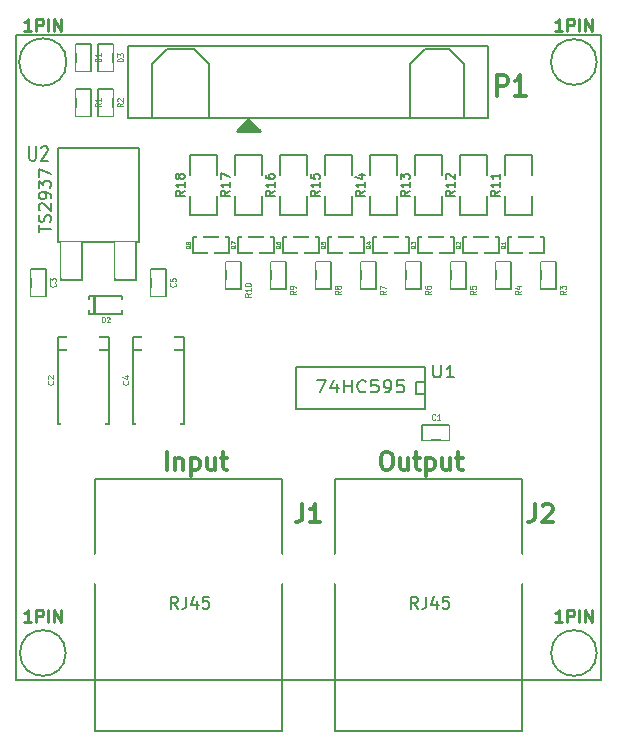
<source format=gto>
G04 (created by PCBNEW (2013-may-18)-stable) date Sun 16 Feb 2014 09:25:13 PM CET*
%MOIN*%
G04 Gerber Fmt 3.4, Leading zero omitted, Abs format*
%FSLAX34Y34*%
G01*
G70*
G90*
G04 APERTURE LIST*
%ADD10C,0.00590551*%
%ADD11C,0.00787402*%
%ADD12C,0.011811*%
%ADD13C,0.005*%
%ADD14C,0.008*%
%ADD15C,0.01*%
%ADD16C,0.012*%
%ADD17C,0.0047*%
%ADD18C,0.00344488*%
%ADD19C,0.0039*%
%ADD20C,0.0045*%
%ADD21C,0.137795*%
%ADD22C,0.12*%
%ADD23R,0.06X0.06*%
%ADD24C,0.06*%
%ADD25R,0.1063X0.1004*%
%ADD26R,0.1496X0.1004*%
%ADD27R,0.0236X0.0394*%
%ADD28R,0.0335X0.0335*%
%ADD29R,0.02X0.045*%
%ADD30R,0.08X0.06*%
%ADD31R,0.045X0.025*%
%ADD32R,0.025X0.045*%
%ADD33C,0.1437*%
%ADD34R,0.0591X0.0591*%
%ADD35C,0.0591*%
%ADD36C,0.0984252*%
%ADD37R,0.065X0.12*%
%ADD38R,0.24X0.24*%
G04 APERTURE END LIST*
G54D10*
G54D11*
X58750Y-35000D02*
X58750Y-13500D01*
X39250Y-35000D02*
X58750Y-35000D01*
X39250Y-13500D02*
X39250Y-35000D01*
X58750Y-13500D02*
X39250Y-13500D01*
G54D12*
X51554Y-27398D02*
X51667Y-27398D01*
X51723Y-27426D01*
X51779Y-27482D01*
X51807Y-27595D01*
X51807Y-27792D01*
X51779Y-27904D01*
X51723Y-27960D01*
X51667Y-27989D01*
X51554Y-27989D01*
X51498Y-27960D01*
X51442Y-27904D01*
X51414Y-27792D01*
X51414Y-27595D01*
X51442Y-27482D01*
X51498Y-27426D01*
X51554Y-27398D01*
X52314Y-27595D02*
X52314Y-27989D01*
X52061Y-27595D02*
X52061Y-27904D01*
X52089Y-27960D01*
X52145Y-27989D01*
X52229Y-27989D01*
X52285Y-27960D01*
X52314Y-27932D01*
X52510Y-27595D02*
X52735Y-27595D01*
X52595Y-27398D02*
X52595Y-27904D01*
X52623Y-27960D01*
X52679Y-27989D01*
X52735Y-27989D01*
X52932Y-27595D02*
X52932Y-28185D01*
X52932Y-27623D02*
X52989Y-27595D01*
X53101Y-27595D01*
X53157Y-27623D01*
X53185Y-27651D01*
X53214Y-27707D01*
X53214Y-27876D01*
X53185Y-27932D01*
X53157Y-27960D01*
X53101Y-27989D01*
X52989Y-27989D01*
X52932Y-27960D01*
X53720Y-27595D02*
X53720Y-27989D01*
X53467Y-27595D02*
X53467Y-27904D01*
X53495Y-27960D01*
X53551Y-27989D01*
X53635Y-27989D01*
X53692Y-27960D01*
X53720Y-27932D01*
X53917Y-27595D02*
X54142Y-27595D01*
X54001Y-27398D02*
X54001Y-27904D01*
X54029Y-27960D01*
X54085Y-27989D01*
X54142Y-27989D01*
X44279Y-27989D02*
X44279Y-27398D01*
X44561Y-27595D02*
X44561Y-27989D01*
X44561Y-27651D02*
X44589Y-27623D01*
X44645Y-27595D01*
X44729Y-27595D01*
X44785Y-27623D01*
X44814Y-27679D01*
X44814Y-27989D01*
X45095Y-27595D02*
X45095Y-28185D01*
X45095Y-27623D02*
X45151Y-27595D01*
X45264Y-27595D01*
X45320Y-27623D01*
X45348Y-27651D01*
X45376Y-27707D01*
X45376Y-27876D01*
X45348Y-27932D01*
X45320Y-27960D01*
X45264Y-27989D01*
X45151Y-27989D01*
X45095Y-27960D01*
X45882Y-27595D02*
X45882Y-27989D01*
X45629Y-27595D02*
X45629Y-27904D01*
X45657Y-27960D01*
X45714Y-27989D01*
X45798Y-27989D01*
X45854Y-27960D01*
X45882Y-27932D01*
X46079Y-27595D02*
X46304Y-27595D01*
X46163Y-27398D02*
X46163Y-27904D01*
X46192Y-27960D01*
X46248Y-27989D01*
X46304Y-27989D01*
G54D11*
X40940Y-14400D02*
G75*
G03X40940Y-14400I-790J0D01*
G74*
G01*
X40913Y-34100D02*
G75*
G03X40913Y-34100I-763J0D01*
G74*
G01*
X58611Y-34100D02*
G75*
G03X58611Y-34100I-761J0D01*
G74*
G01*
X58613Y-14400D02*
G75*
G03X58613Y-14400I-763J0D01*
G74*
G01*
X43100Y-13850D02*
X43000Y-13850D01*
X43000Y-13850D02*
X43000Y-16250D01*
X55000Y-16250D02*
X55000Y-13850D01*
X55000Y-13850D02*
X43100Y-13850D01*
X52400Y-16250D02*
X52400Y-14450D01*
X52400Y-14450D02*
X52900Y-13950D01*
X52900Y-13950D02*
X53700Y-13950D01*
X53700Y-13950D02*
X54200Y-14450D01*
X54200Y-14450D02*
X54200Y-16250D01*
X43800Y-16250D02*
X43800Y-14450D01*
X43800Y-14450D02*
X44300Y-13950D01*
X44300Y-13950D02*
X45200Y-13950D01*
X45200Y-13950D02*
X45700Y-14450D01*
X45700Y-14450D02*
X45700Y-16250D01*
X43000Y-16250D02*
X55000Y-16250D01*
G54D13*
X43150Y-24000D02*
X44850Y-24000D01*
X43150Y-26450D02*
X44850Y-26450D01*
X44850Y-26450D02*
X44850Y-23550D01*
X44850Y-23550D02*
X43150Y-23550D01*
X43150Y-23550D02*
X43150Y-26450D01*
X46875Y-20225D02*
X46875Y-19965D01*
X47625Y-20225D02*
X47625Y-19965D01*
X47250Y-20775D02*
X47250Y-21035D01*
X47840Y-20775D02*
X46660Y-20775D01*
X46660Y-20775D02*
X46660Y-20225D01*
X46660Y-20225D02*
X47840Y-20225D01*
X47840Y-20225D02*
X47840Y-20775D01*
X55875Y-20225D02*
X55875Y-19965D01*
X56625Y-20225D02*
X56625Y-19965D01*
X56250Y-20775D02*
X56250Y-21035D01*
X56840Y-20775D02*
X55660Y-20775D01*
X55660Y-20775D02*
X55660Y-20225D01*
X55660Y-20225D02*
X56840Y-20225D01*
X56840Y-20225D02*
X56840Y-20775D01*
X48375Y-20225D02*
X48375Y-19965D01*
X49125Y-20225D02*
X49125Y-19965D01*
X48750Y-20775D02*
X48750Y-21035D01*
X49340Y-20775D02*
X48160Y-20775D01*
X48160Y-20775D02*
X48160Y-20225D01*
X48160Y-20225D02*
X49340Y-20225D01*
X49340Y-20225D02*
X49340Y-20775D01*
X54375Y-20225D02*
X54375Y-19965D01*
X55125Y-20225D02*
X55125Y-19965D01*
X54750Y-20775D02*
X54750Y-21035D01*
X55340Y-20775D02*
X54160Y-20775D01*
X54160Y-20775D02*
X54160Y-20225D01*
X54160Y-20225D02*
X55340Y-20225D01*
X55340Y-20225D02*
X55340Y-20775D01*
X45375Y-20225D02*
X45375Y-19965D01*
X46125Y-20225D02*
X46125Y-19965D01*
X45750Y-20775D02*
X45750Y-21035D01*
X46340Y-20775D02*
X45160Y-20775D01*
X45160Y-20775D02*
X45160Y-20225D01*
X45160Y-20225D02*
X46340Y-20225D01*
X46340Y-20225D02*
X46340Y-20775D01*
X52875Y-20225D02*
X52875Y-19965D01*
X53625Y-20225D02*
X53625Y-19965D01*
X53250Y-20775D02*
X53250Y-21035D01*
X53840Y-20775D02*
X52660Y-20775D01*
X52660Y-20775D02*
X52660Y-20225D01*
X52660Y-20225D02*
X53840Y-20225D01*
X53840Y-20225D02*
X53840Y-20775D01*
X51375Y-20225D02*
X51375Y-19965D01*
X52125Y-20225D02*
X52125Y-19965D01*
X51750Y-20775D02*
X51750Y-21035D01*
X52340Y-20775D02*
X51160Y-20775D01*
X51160Y-20775D02*
X51160Y-20225D01*
X51160Y-20225D02*
X52340Y-20225D01*
X52340Y-20225D02*
X52340Y-20775D01*
X49875Y-20225D02*
X49875Y-19965D01*
X50625Y-20225D02*
X50625Y-19965D01*
X50250Y-20775D02*
X50250Y-21035D01*
X50840Y-20775D02*
X49660Y-20775D01*
X49660Y-20775D02*
X49660Y-20225D01*
X49660Y-20225D02*
X50840Y-20225D01*
X50840Y-20225D02*
X50840Y-20775D01*
X41896Y-22185D02*
X41896Y-22815D01*
X41856Y-22815D02*
X41856Y-22185D01*
X42801Y-22815D02*
X41699Y-22815D01*
X41699Y-22815D02*
X41699Y-22185D01*
X41699Y-22185D02*
X42801Y-22185D01*
X42801Y-22185D02*
X42801Y-22815D01*
G54D14*
X52900Y-25950D02*
X48600Y-25950D01*
X48600Y-25950D02*
X48600Y-24550D01*
X48600Y-24550D02*
X52900Y-24550D01*
X52900Y-24550D02*
X52900Y-25950D01*
X52900Y-25450D02*
X52600Y-25450D01*
X52600Y-25450D02*
X52600Y-25050D01*
X52600Y-25050D02*
X52900Y-25050D01*
G54D13*
X51050Y-19500D02*
X51950Y-19500D01*
X51950Y-19500D02*
X51950Y-18850D01*
X51050Y-18150D02*
X51050Y-17500D01*
X51050Y-17500D02*
X51950Y-17500D01*
X51950Y-17500D02*
X51950Y-18150D01*
X51050Y-18850D02*
X51050Y-19500D01*
X48050Y-19500D02*
X48950Y-19500D01*
X48950Y-19500D02*
X48950Y-18850D01*
X48050Y-18150D02*
X48050Y-17500D01*
X48050Y-17500D02*
X48950Y-17500D01*
X48950Y-17500D02*
X48950Y-18150D01*
X48050Y-18850D02*
X48050Y-19500D01*
X49550Y-19500D02*
X50450Y-19500D01*
X50450Y-19500D02*
X50450Y-18850D01*
X49550Y-18150D02*
X49550Y-17500D01*
X49550Y-17500D02*
X50450Y-17500D01*
X50450Y-17500D02*
X50450Y-18150D01*
X49550Y-18850D02*
X49550Y-19500D01*
X46550Y-19500D02*
X47450Y-19500D01*
X47450Y-19500D02*
X47450Y-18850D01*
X46550Y-18150D02*
X46550Y-17500D01*
X46550Y-17500D02*
X47450Y-17500D01*
X47450Y-17500D02*
X47450Y-18150D01*
X46550Y-18850D02*
X46550Y-19500D01*
X52550Y-19500D02*
X53450Y-19500D01*
X53450Y-19500D02*
X53450Y-18850D01*
X52550Y-18150D02*
X52550Y-17500D01*
X52550Y-17500D02*
X53450Y-17500D01*
X53450Y-17500D02*
X53450Y-18150D01*
X52550Y-18850D02*
X52550Y-19500D01*
X54050Y-19500D02*
X54950Y-19500D01*
X54950Y-19500D02*
X54950Y-18850D01*
X54050Y-18150D02*
X54050Y-17500D01*
X54050Y-17500D02*
X54950Y-17500D01*
X54950Y-17500D02*
X54950Y-18150D01*
X54050Y-18850D02*
X54050Y-19500D01*
X55550Y-19500D02*
X56450Y-19500D01*
X56450Y-19500D02*
X56450Y-18850D01*
X55550Y-18150D02*
X55550Y-17500D01*
X55550Y-17500D02*
X56450Y-17500D01*
X56450Y-17500D02*
X56450Y-18150D01*
X55550Y-18850D02*
X55550Y-19500D01*
X45050Y-19500D02*
X45950Y-19500D01*
X45950Y-19500D02*
X45950Y-18850D01*
X45050Y-18150D02*
X45050Y-17500D01*
X45050Y-17500D02*
X45950Y-17500D01*
X45950Y-17500D02*
X45950Y-18150D01*
X45050Y-18850D02*
X45050Y-19500D01*
X42000Y-16200D02*
X42000Y-15300D01*
X42000Y-15300D02*
X42500Y-15300D01*
X42500Y-15300D02*
X42500Y-16200D01*
X42500Y-16200D02*
X42000Y-16200D01*
X57250Y-21050D02*
X57250Y-21950D01*
X57250Y-21950D02*
X56750Y-21950D01*
X56750Y-21950D02*
X56750Y-21050D01*
X56750Y-21050D02*
X57250Y-21050D01*
X40250Y-21300D02*
X40250Y-22200D01*
X40250Y-22200D02*
X39750Y-22200D01*
X39750Y-22200D02*
X39750Y-21300D01*
X39750Y-21300D02*
X40250Y-21300D01*
X55750Y-21050D02*
X55750Y-21950D01*
X55750Y-21950D02*
X55250Y-21950D01*
X55250Y-21950D02*
X55250Y-21050D01*
X55250Y-21050D02*
X55750Y-21050D01*
X54250Y-21050D02*
X54250Y-21950D01*
X54250Y-21950D02*
X53750Y-21950D01*
X53750Y-21950D02*
X53750Y-21050D01*
X53750Y-21050D02*
X54250Y-21050D01*
X52750Y-21050D02*
X52750Y-21950D01*
X52750Y-21950D02*
X52250Y-21950D01*
X52250Y-21950D02*
X52250Y-21050D01*
X52250Y-21050D02*
X52750Y-21050D01*
X42000Y-14700D02*
X42000Y-13800D01*
X42000Y-13800D02*
X42500Y-13800D01*
X42500Y-13800D02*
X42500Y-14700D01*
X42500Y-14700D02*
X42000Y-14700D01*
X41250Y-16200D02*
X41250Y-15300D01*
X41250Y-15300D02*
X41750Y-15300D01*
X41750Y-15300D02*
X41750Y-16200D01*
X41750Y-16200D02*
X41250Y-16200D01*
X51250Y-21050D02*
X51250Y-21950D01*
X51250Y-21950D02*
X50750Y-21950D01*
X50750Y-21950D02*
X50750Y-21050D01*
X50750Y-21050D02*
X51250Y-21050D01*
X41250Y-14700D02*
X41250Y-13800D01*
X41250Y-13800D02*
X41750Y-13800D01*
X41750Y-13800D02*
X41750Y-14700D01*
X41750Y-14700D02*
X41250Y-14700D01*
X52800Y-26500D02*
X53700Y-26500D01*
X53700Y-26500D02*
X53700Y-27000D01*
X53700Y-27000D02*
X52800Y-27000D01*
X52800Y-27000D02*
X52800Y-26500D01*
X49750Y-21050D02*
X49750Y-21950D01*
X49750Y-21950D02*
X49250Y-21950D01*
X49250Y-21950D02*
X49250Y-21050D01*
X49250Y-21050D02*
X49750Y-21050D01*
X46750Y-21050D02*
X46750Y-21950D01*
X46750Y-21950D02*
X46250Y-21950D01*
X46250Y-21950D02*
X46250Y-21050D01*
X46250Y-21050D02*
X46750Y-21050D01*
X48250Y-21050D02*
X48250Y-21950D01*
X48250Y-21950D02*
X47750Y-21950D01*
X47750Y-21950D02*
X47750Y-21050D01*
X47750Y-21050D02*
X48250Y-21050D01*
X41874Y-36712D02*
X48125Y-36712D01*
X48125Y-36712D02*
X48125Y-28287D01*
X48125Y-28287D02*
X41874Y-28287D01*
X41874Y-28287D02*
X41874Y-36712D01*
X49874Y-36712D02*
X56125Y-36712D01*
X56125Y-36712D02*
X56125Y-28287D01*
X56125Y-28287D02*
X49874Y-28287D01*
X49874Y-28287D02*
X49874Y-36712D01*
X42550Y-20400D02*
X42550Y-21650D01*
X42550Y-21650D02*
X43250Y-21650D01*
X43250Y-21650D02*
X43250Y-20400D01*
X40750Y-20400D02*
X40750Y-21650D01*
X40750Y-21650D02*
X41450Y-21650D01*
X41450Y-21650D02*
X41450Y-20400D01*
X43350Y-18000D02*
X43350Y-20400D01*
X43350Y-20400D02*
X40650Y-20400D01*
X40650Y-20400D02*
X40650Y-17300D01*
X40650Y-17250D02*
X43350Y-17250D01*
X43350Y-17300D02*
X43350Y-18000D01*
X40650Y-24000D02*
X42350Y-24000D01*
X40650Y-26450D02*
X42350Y-26450D01*
X42350Y-26450D02*
X42350Y-23550D01*
X42350Y-23550D02*
X40650Y-23550D01*
X40650Y-23550D02*
X40650Y-26450D01*
X44250Y-21300D02*
X44250Y-22200D01*
X44250Y-22200D02*
X43750Y-22200D01*
X43750Y-22200D02*
X43750Y-21300D01*
X43750Y-21300D02*
X44250Y-21300D01*
G54D15*
X39759Y-13361D02*
X39530Y-13361D01*
X39645Y-13361D02*
X39645Y-12961D01*
X39607Y-13019D01*
X39569Y-13057D01*
X39530Y-13076D01*
X39930Y-13361D02*
X39930Y-12961D01*
X40083Y-12961D01*
X40121Y-12980D01*
X40140Y-13000D01*
X40159Y-13038D01*
X40159Y-13095D01*
X40140Y-13133D01*
X40121Y-13152D01*
X40083Y-13171D01*
X39930Y-13171D01*
X40330Y-13361D02*
X40330Y-12961D01*
X40521Y-13361D02*
X40521Y-12961D01*
X40750Y-13361D01*
X40750Y-12961D01*
X39759Y-33061D02*
X39530Y-33061D01*
X39645Y-33061D02*
X39645Y-32661D01*
X39607Y-32719D01*
X39569Y-32757D01*
X39530Y-32776D01*
X39930Y-33061D02*
X39930Y-32661D01*
X40083Y-32661D01*
X40121Y-32680D01*
X40140Y-32700D01*
X40159Y-32738D01*
X40159Y-32795D01*
X40140Y-32833D01*
X40121Y-32852D01*
X40083Y-32871D01*
X39930Y-32871D01*
X40330Y-33061D02*
X40330Y-32661D01*
X40521Y-33061D02*
X40521Y-32661D01*
X40750Y-33061D01*
X40750Y-32661D01*
X57459Y-33061D02*
X57230Y-33061D01*
X57345Y-33061D02*
X57345Y-32661D01*
X57307Y-32719D01*
X57269Y-32757D01*
X57230Y-32776D01*
X57630Y-33061D02*
X57630Y-32661D01*
X57783Y-32661D01*
X57821Y-32680D01*
X57840Y-32700D01*
X57859Y-32738D01*
X57859Y-32795D01*
X57840Y-32833D01*
X57821Y-32852D01*
X57783Y-32871D01*
X57630Y-32871D01*
X58030Y-33061D02*
X58030Y-32661D01*
X58221Y-33061D02*
X58221Y-32661D01*
X58450Y-33061D01*
X58450Y-32661D01*
X57459Y-13361D02*
X57230Y-13361D01*
X57345Y-13361D02*
X57345Y-12961D01*
X57307Y-13019D01*
X57269Y-13057D01*
X57230Y-13076D01*
X57630Y-13361D02*
X57630Y-12961D01*
X57783Y-12961D01*
X57821Y-12980D01*
X57840Y-13000D01*
X57859Y-13038D01*
X57859Y-13095D01*
X57840Y-13133D01*
X57821Y-13152D01*
X57783Y-13171D01*
X57630Y-13171D01*
X58030Y-13361D02*
X58030Y-12961D01*
X58221Y-13361D02*
X58221Y-12961D01*
X58450Y-13361D01*
X58450Y-12961D01*
G54D16*
X55288Y-15532D02*
X55288Y-14833D01*
X55526Y-14833D01*
X55586Y-14867D01*
X55616Y-14900D01*
X55645Y-14967D01*
X55645Y-15066D01*
X55616Y-15133D01*
X55586Y-15166D01*
X55526Y-15200D01*
X55288Y-15200D01*
X56241Y-15532D02*
X55883Y-15532D01*
X56062Y-15532D02*
X56062Y-14833D01*
X56002Y-14933D01*
X55943Y-15000D01*
X55883Y-15033D01*
G54D17*
X42985Y-25032D02*
X42995Y-25042D01*
X43004Y-25070D01*
X43004Y-25089D01*
X42995Y-25117D01*
X42976Y-25136D01*
X42957Y-25145D01*
X42920Y-25154D01*
X42892Y-25154D01*
X42854Y-25145D01*
X42835Y-25136D01*
X42817Y-25117D01*
X42807Y-25089D01*
X42807Y-25070D01*
X42817Y-25042D01*
X42826Y-25032D01*
X42873Y-24863D02*
X43004Y-24863D01*
X42798Y-24910D02*
X42939Y-24957D01*
X42939Y-24835D01*
G54D18*
X46568Y-20513D02*
X46562Y-20526D01*
X46549Y-20539D01*
X46529Y-20559D01*
X46522Y-20572D01*
X46522Y-20585D01*
X46555Y-20578D02*
X46549Y-20591D01*
X46536Y-20604D01*
X46509Y-20611D01*
X46463Y-20611D01*
X46437Y-20604D01*
X46424Y-20591D01*
X46417Y-20578D01*
X46417Y-20552D01*
X46424Y-20539D01*
X46437Y-20526D01*
X46463Y-20519D01*
X46509Y-20519D01*
X46536Y-20526D01*
X46549Y-20539D01*
X46555Y-20552D01*
X46555Y-20578D01*
X46417Y-20473D02*
X46417Y-20381D01*
X46555Y-20440D01*
X55568Y-20513D02*
X55562Y-20526D01*
X55549Y-20539D01*
X55529Y-20559D01*
X55522Y-20572D01*
X55522Y-20585D01*
X55555Y-20578D02*
X55549Y-20591D01*
X55536Y-20604D01*
X55509Y-20611D01*
X55463Y-20611D01*
X55437Y-20604D01*
X55424Y-20591D01*
X55417Y-20578D01*
X55417Y-20552D01*
X55424Y-20539D01*
X55437Y-20526D01*
X55463Y-20519D01*
X55509Y-20519D01*
X55536Y-20526D01*
X55549Y-20539D01*
X55555Y-20552D01*
X55555Y-20578D01*
X55555Y-20388D02*
X55555Y-20467D01*
X55555Y-20427D02*
X55417Y-20427D01*
X55437Y-20440D01*
X55450Y-20454D01*
X55457Y-20467D01*
X48068Y-20513D02*
X48062Y-20526D01*
X48049Y-20539D01*
X48029Y-20559D01*
X48022Y-20572D01*
X48022Y-20585D01*
X48055Y-20578D02*
X48049Y-20591D01*
X48036Y-20604D01*
X48009Y-20611D01*
X47963Y-20611D01*
X47937Y-20604D01*
X47924Y-20591D01*
X47917Y-20578D01*
X47917Y-20552D01*
X47924Y-20539D01*
X47937Y-20526D01*
X47963Y-20519D01*
X48009Y-20519D01*
X48036Y-20526D01*
X48049Y-20539D01*
X48055Y-20552D01*
X48055Y-20578D01*
X47917Y-20401D02*
X47917Y-20427D01*
X47924Y-20440D01*
X47931Y-20447D01*
X47950Y-20460D01*
X47977Y-20467D01*
X48029Y-20467D01*
X48042Y-20460D01*
X48049Y-20454D01*
X48055Y-20440D01*
X48055Y-20414D01*
X48049Y-20401D01*
X48042Y-20395D01*
X48029Y-20388D01*
X47996Y-20388D01*
X47983Y-20395D01*
X47977Y-20401D01*
X47970Y-20414D01*
X47970Y-20440D01*
X47977Y-20454D01*
X47983Y-20460D01*
X47996Y-20467D01*
X54068Y-20513D02*
X54062Y-20526D01*
X54049Y-20539D01*
X54029Y-20559D01*
X54022Y-20572D01*
X54022Y-20585D01*
X54055Y-20578D02*
X54049Y-20591D01*
X54036Y-20604D01*
X54009Y-20611D01*
X53963Y-20611D01*
X53937Y-20604D01*
X53924Y-20591D01*
X53917Y-20578D01*
X53917Y-20552D01*
X53924Y-20539D01*
X53937Y-20526D01*
X53963Y-20519D01*
X54009Y-20519D01*
X54036Y-20526D01*
X54049Y-20539D01*
X54055Y-20552D01*
X54055Y-20578D01*
X53931Y-20467D02*
X53924Y-20460D01*
X53917Y-20447D01*
X53917Y-20414D01*
X53924Y-20401D01*
X53931Y-20395D01*
X53944Y-20388D01*
X53957Y-20388D01*
X53977Y-20395D01*
X54055Y-20473D01*
X54055Y-20388D01*
X45068Y-20513D02*
X45062Y-20526D01*
X45049Y-20539D01*
X45029Y-20559D01*
X45022Y-20572D01*
X45022Y-20585D01*
X45055Y-20578D02*
X45049Y-20591D01*
X45036Y-20604D01*
X45009Y-20611D01*
X44963Y-20611D01*
X44937Y-20604D01*
X44924Y-20591D01*
X44917Y-20578D01*
X44917Y-20552D01*
X44924Y-20539D01*
X44937Y-20526D01*
X44963Y-20519D01*
X45009Y-20519D01*
X45036Y-20526D01*
X45049Y-20539D01*
X45055Y-20552D01*
X45055Y-20578D01*
X44977Y-20440D02*
X44970Y-20454D01*
X44963Y-20460D01*
X44950Y-20467D01*
X44944Y-20467D01*
X44931Y-20460D01*
X44924Y-20454D01*
X44917Y-20440D01*
X44917Y-20414D01*
X44924Y-20401D01*
X44931Y-20395D01*
X44944Y-20388D01*
X44950Y-20388D01*
X44963Y-20395D01*
X44970Y-20401D01*
X44977Y-20414D01*
X44977Y-20440D01*
X44983Y-20454D01*
X44990Y-20460D01*
X45003Y-20467D01*
X45029Y-20467D01*
X45042Y-20460D01*
X45049Y-20454D01*
X45055Y-20440D01*
X45055Y-20414D01*
X45049Y-20401D01*
X45042Y-20395D01*
X45029Y-20388D01*
X45003Y-20388D01*
X44990Y-20395D01*
X44983Y-20401D01*
X44977Y-20414D01*
X52568Y-20513D02*
X52562Y-20526D01*
X52549Y-20539D01*
X52529Y-20559D01*
X52522Y-20572D01*
X52522Y-20585D01*
X52555Y-20578D02*
X52549Y-20591D01*
X52536Y-20604D01*
X52509Y-20611D01*
X52463Y-20611D01*
X52437Y-20604D01*
X52424Y-20591D01*
X52417Y-20578D01*
X52417Y-20552D01*
X52424Y-20539D01*
X52437Y-20526D01*
X52463Y-20519D01*
X52509Y-20519D01*
X52536Y-20526D01*
X52549Y-20539D01*
X52555Y-20552D01*
X52555Y-20578D01*
X52417Y-20473D02*
X52417Y-20388D01*
X52470Y-20434D01*
X52470Y-20414D01*
X52477Y-20401D01*
X52483Y-20395D01*
X52496Y-20388D01*
X52529Y-20388D01*
X52542Y-20395D01*
X52549Y-20401D01*
X52555Y-20414D01*
X52555Y-20454D01*
X52549Y-20467D01*
X52542Y-20473D01*
X51068Y-20513D02*
X51062Y-20526D01*
X51049Y-20539D01*
X51029Y-20559D01*
X51022Y-20572D01*
X51022Y-20585D01*
X51055Y-20578D02*
X51049Y-20591D01*
X51036Y-20604D01*
X51009Y-20611D01*
X50963Y-20611D01*
X50937Y-20604D01*
X50924Y-20591D01*
X50917Y-20578D01*
X50917Y-20552D01*
X50924Y-20539D01*
X50937Y-20526D01*
X50963Y-20519D01*
X51009Y-20519D01*
X51036Y-20526D01*
X51049Y-20539D01*
X51055Y-20552D01*
X51055Y-20578D01*
X50963Y-20401D02*
X51055Y-20401D01*
X50911Y-20434D02*
X51009Y-20467D01*
X51009Y-20381D01*
X49568Y-20513D02*
X49562Y-20526D01*
X49549Y-20539D01*
X49529Y-20559D01*
X49522Y-20572D01*
X49522Y-20585D01*
X49555Y-20578D02*
X49549Y-20591D01*
X49536Y-20604D01*
X49509Y-20611D01*
X49463Y-20611D01*
X49437Y-20604D01*
X49424Y-20591D01*
X49417Y-20578D01*
X49417Y-20552D01*
X49424Y-20539D01*
X49437Y-20526D01*
X49463Y-20519D01*
X49509Y-20519D01*
X49536Y-20526D01*
X49549Y-20539D01*
X49555Y-20552D01*
X49555Y-20578D01*
X49417Y-20395D02*
X49417Y-20460D01*
X49483Y-20467D01*
X49477Y-20460D01*
X49470Y-20447D01*
X49470Y-20414D01*
X49477Y-20401D01*
X49483Y-20395D01*
X49496Y-20388D01*
X49529Y-20388D01*
X49542Y-20395D01*
X49549Y-20401D01*
X49555Y-20414D01*
X49555Y-20447D01*
X49549Y-20460D01*
X49542Y-20467D01*
G54D19*
X42134Y-23063D02*
X42134Y-22906D01*
X42171Y-22906D01*
X42193Y-22914D01*
X42208Y-22928D01*
X42216Y-22943D01*
X42223Y-22973D01*
X42223Y-22996D01*
X42216Y-23026D01*
X42208Y-23041D01*
X42193Y-23056D01*
X42171Y-23063D01*
X42134Y-23063D01*
X42283Y-22921D02*
X42291Y-22914D01*
X42306Y-22906D01*
X42343Y-22906D01*
X42358Y-22914D01*
X42365Y-22921D01*
X42373Y-22936D01*
X42373Y-22951D01*
X42365Y-22973D01*
X42276Y-23063D01*
X42373Y-23063D01*
G54D13*
X53157Y-24511D02*
X53157Y-24835D01*
X53178Y-24873D01*
X53200Y-24892D01*
X53242Y-24911D01*
X53328Y-24911D01*
X53371Y-24892D01*
X53392Y-24873D01*
X53414Y-24835D01*
X53414Y-24511D01*
X53864Y-24911D02*
X53607Y-24911D01*
X53735Y-24911D02*
X53735Y-24511D01*
X53692Y-24569D01*
X53650Y-24607D01*
X53607Y-24626D01*
X49282Y-25011D02*
X49582Y-25011D01*
X49389Y-25411D01*
X49946Y-25145D02*
X49946Y-25411D01*
X49839Y-24992D02*
X49732Y-25278D01*
X50010Y-25278D01*
X50182Y-25411D02*
X50182Y-25011D01*
X50182Y-25202D02*
X50439Y-25202D01*
X50439Y-25411D02*
X50439Y-25011D01*
X50910Y-25373D02*
X50889Y-25392D01*
X50825Y-25411D01*
X50782Y-25411D01*
X50717Y-25392D01*
X50675Y-25354D01*
X50653Y-25316D01*
X50632Y-25240D01*
X50632Y-25183D01*
X50653Y-25107D01*
X50675Y-25069D01*
X50717Y-25030D01*
X50782Y-25011D01*
X50825Y-25011D01*
X50889Y-25030D01*
X50910Y-25050D01*
X51317Y-25011D02*
X51103Y-25011D01*
X51082Y-25202D01*
X51103Y-25183D01*
X51146Y-25164D01*
X51253Y-25164D01*
X51296Y-25183D01*
X51317Y-25202D01*
X51339Y-25240D01*
X51339Y-25335D01*
X51317Y-25373D01*
X51296Y-25392D01*
X51253Y-25411D01*
X51146Y-25411D01*
X51103Y-25392D01*
X51082Y-25373D01*
X51553Y-25411D02*
X51639Y-25411D01*
X51682Y-25392D01*
X51703Y-25373D01*
X51746Y-25316D01*
X51767Y-25240D01*
X51767Y-25088D01*
X51746Y-25050D01*
X51725Y-25030D01*
X51682Y-25011D01*
X51596Y-25011D01*
X51553Y-25030D01*
X51532Y-25050D01*
X51510Y-25088D01*
X51510Y-25183D01*
X51532Y-25221D01*
X51553Y-25240D01*
X51596Y-25259D01*
X51682Y-25259D01*
X51725Y-25240D01*
X51746Y-25221D01*
X51767Y-25183D01*
X52175Y-25011D02*
X51960Y-25011D01*
X51939Y-25202D01*
X51960Y-25183D01*
X52003Y-25164D01*
X52110Y-25164D01*
X52153Y-25183D01*
X52175Y-25202D01*
X52196Y-25240D01*
X52196Y-25335D01*
X52175Y-25373D01*
X52153Y-25392D01*
X52110Y-25411D01*
X52003Y-25411D01*
X51960Y-25392D01*
X51939Y-25373D01*
X50871Y-18692D02*
X50728Y-18792D01*
X50871Y-18864D02*
X50571Y-18864D01*
X50571Y-18750D01*
X50585Y-18721D01*
X50600Y-18707D01*
X50628Y-18692D01*
X50671Y-18692D01*
X50700Y-18707D01*
X50714Y-18721D01*
X50728Y-18750D01*
X50728Y-18864D01*
X50871Y-18407D02*
X50871Y-18578D01*
X50871Y-18492D02*
X50571Y-18492D01*
X50614Y-18521D01*
X50642Y-18550D01*
X50657Y-18578D01*
X50671Y-18150D02*
X50871Y-18150D01*
X50557Y-18221D02*
X50771Y-18292D01*
X50771Y-18107D01*
X47871Y-18692D02*
X47728Y-18792D01*
X47871Y-18864D02*
X47571Y-18864D01*
X47571Y-18750D01*
X47585Y-18721D01*
X47600Y-18707D01*
X47628Y-18692D01*
X47671Y-18692D01*
X47700Y-18707D01*
X47714Y-18721D01*
X47728Y-18750D01*
X47728Y-18864D01*
X47871Y-18407D02*
X47871Y-18578D01*
X47871Y-18492D02*
X47571Y-18492D01*
X47614Y-18521D01*
X47642Y-18550D01*
X47657Y-18578D01*
X47571Y-18150D02*
X47571Y-18207D01*
X47585Y-18235D01*
X47600Y-18250D01*
X47642Y-18278D01*
X47700Y-18292D01*
X47814Y-18292D01*
X47842Y-18278D01*
X47857Y-18264D01*
X47871Y-18235D01*
X47871Y-18178D01*
X47857Y-18150D01*
X47842Y-18135D01*
X47814Y-18121D01*
X47742Y-18121D01*
X47714Y-18135D01*
X47700Y-18150D01*
X47685Y-18178D01*
X47685Y-18235D01*
X47700Y-18264D01*
X47714Y-18278D01*
X47742Y-18292D01*
X49371Y-18692D02*
X49228Y-18792D01*
X49371Y-18864D02*
X49071Y-18864D01*
X49071Y-18750D01*
X49085Y-18721D01*
X49100Y-18707D01*
X49128Y-18692D01*
X49171Y-18692D01*
X49200Y-18707D01*
X49214Y-18721D01*
X49228Y-18750D01*
X49228Y-18864D01*
X49371Y-18407D02*
X49371Y-18578D01*
X49371Y-18492D02*
X49071Y-18492D01*
X49114Y-18521D01*
X49142Y-18550D01*
X49157Y-18578D01*
X49071Y-18135D02*
X49071Y-18278D01*
X49214Y-18292D01*
X49200Y-18278D01*
X49185Y-18250D01*
X49185Y-18178D01*
X49200Y-18150D01*
X49214Y-18135D01*
X49242Y-18121D01*
X49314Y-18121D01*
X49342Y-18135D01*
X49357Y-18150D01*
X49371Y-18178D01*
X49371Y-18250D01*
X49357Y-18278D01*
X49342Y-18292D01*
X46371Y-18692D02*
X46228Y-18792D01*
X46371Y-18864D02*
X46071Y-18864D01*
X46071Y-18750D01*
X46085Y-18721D01*
X46100Y-18707D01*
X46128Y-18692D01*
X46171Y-18692D01*
X46200Y-18707D01*
X46214Y-18721D01*
X46228Y-18750D01*
X46228Y-18864D01*
X46371Y-18407D02*
X46371Y-18578D01*
X46371Y-18492D02*
X46071Y-18492D01*
X46114Y-18521D01*
X46142Y-18550D01*
X46157Y-18578D01*
X46071Y-18307D02*
X46071Y-18107D01*
X46371Y-18235D01*
X52371Y-18692D02*
X52228Y-18792D01*
X52371Y-18864D02*
X52071Y-18864D01*
X52071Y-18750D01*
X52085Y-18721D01*
X52100Y-18707D01*
X52128Y-18692D01*
X52171Y-18692D01*
X52200Y-18707D01*
X52214Y-18721D01*
X52228Y-18750D01*
X52228Y-18864D01*
X52371Y-18407D02*
X52371Y-18578D01*
X52371Y-18492D02*
X52071Y-18492D01*
X52114Y-18521D01*
X52142Y-18550D01*
X52157Y-18578D01*
X52071Y-18307D02*
X52071Y-18121D01*
X52185Y-18221D01*
X52185Y-18178D01*
X52200Y-18150D01*
X52214Y-18135D01*
X52242Y-18121D01*
X52314Y-18121D01*
X52342Y-18135D01*
X52357Y-18150D01*
X52371Y-18178D01*
X52371Y-18264D01*
X52357Y-18292D01*
X52342Y-18307D01*
X53871Y-18692D02*
X53728Y-18792D01*
X53871Y-18864D02*
X53571Y-18864D01*
X53571Y-18750D01*
X53585Y-18721D01*
X53600Y-18707D01*
X53628Y-18692D01*
X53671Y-18692D01*
X53700Y-18707D01*
X53714Y-18721D01*
X53728Y-18750D01*
X53728Y-18864D01*
X53871Y-18407D02*
X53871Y-18578D01*
X53871Y-18492D02*
X53571Y-18492D01*
X53614Y-18521D01*
X53642Y-18550D01*
X53657Y-18578D01*
X53600Y-18292D02*
X53585Y-18278D01*
X53571Y-18250D01*
X53571Y-18178D01*
X53585Y-18150D01*
X53600Y-18135D01*
X53628Y-18121D01*
X53657Y-18121D01*
X53700Y-18135D01*
X53871Y-18307D01*
X53871Y-18121D01*
X55371Y-18692D02*
X55228Y-18792D01*
X55371Y-18864D02*
X55071Y-18864D01*
X55071Y-18750D01*
X55085Y-18721D01*
X55100Y-18707D01*
X55128Y-18692D01*
X55171Y-18692D01*
X55200Y-18707D01*
X55214Y-18721D01*
X55228Y-18750D01*
X55228Y-18864D01*
X55371Y-18407D02*
X55371Y-18578D01*
X55371Y-18492D02*
X55071Y-18492D01*
X55114Y-18521D01*
X55142Y-18550D01*
X55157Y-18578D01*
X55371Y-18121D02*
X55371Y-18292D01*
X55371Y-18207D02*
X55071Y-18207D01*
X55114Y-18235D01*
X55142Y-18264D01*
X55157Y-18292D01*
X44871Y-18692D02*
X44728Y-18792D01*
X44871Y-18864D02*
X44571Y-18864D01*
X44571Y-18750D01*
X44585Y-18721D01*
X44600Y-18707D01*
X44628Y-18692D01*
X44671Y-18692D01*
X44700Y-18707D01*
X44714Y-18721D01*
X44728Y-18750D01*
X44728Y-18864D01*
X44871Y-18407D02*
X44871Y-18578D01*
X44871Y-18492D02*
X44571Y-18492D01*
X44614Y-18521D01*
X44642Y-18550D01*
X44657Y-18578D01*
X44700Y-18235D02*
X44685Y-18264D01*
X44671Y-18278D01*
X44642Y-18292D01*
X44628Y-18292D01*
X44600Y-18278D01*
X44585Y-18264D01*
X44571Y-18235D01*
X44571Y-18178D01*
X44585Y-18150D01*
X44600Y-18135D01*
X44628Y-18121D01*
X44642Y-18121D01*
X44671Y-18135D01*
X44685Y-18150D01*
X44700Y-18178D01*
X44700Y-18235D01*
X44714Y-18264D01*
X44728Y-18278D01*
X44757Y-18292D01*
X44814Y-18292D01*
X44842Y-18278D01*
X44857Y-18264D01*
X44871Y-18235D01*
X44871Y-18178D01*
X44857Y-18150D01*
X44842Y-18135D01*
X44814Y-18121D01*
X44757Y-18121D01*
X44728Y-18135D01*
X44714Y-18150D01*
X44700Y-18178D01*
G54D20*
X42830Y-15780D02*
X42735Y-15840D01*
X42830Y-15882D02*
X42630Y-15882D01*
X42630Y-15814D01*
X42640Y-15797D01*
X42650Y-15788D01*
X42669Y-15780D01*
X42697Y-15780D01*
X42716Y-15788D01*
X42726Y-15797D01*
X42735Y-15814D01*
X42735Y-15882D01*
X42650Y-15711D02*
X42640Y-15702D01*
X42630Y-15685D01*
X42630Y-15642D01*
X42640Y-15625D01*
X42650Y-15617D01*
X42669Y-15608D01*
X42688Y-15608D01*
X42716Y-15617D01*
X42830Y-15720D01*
X42830Y-15608D01*
X57580Y-22030D02*
X57485Y-22090D01*
X57580Y-22132D02*
X57380Y-22132D01*
X57380Y-22064D01*
X57390Y-22047D01*
X57400Y-22038D01*
X57419Y-22030D01*
X57447Y-22030D01*
X57466Y-22038D01*
X57476Y-22047D01*
X57485Y-22064D01*
X57485Y-22132D01*
X57380Y-21970D02*
X57380Y-21858D01*
X57457Y-21918D01*
X57457Y-21892D01*
X57466Y-21875D01*
X57476Y-21867D01*
X57495Y-21858D01*
X57542Y-21858D01*
X57561Y-21867D01*
X57571Y-21875D01*
X57580Y-21892D01*
X57580Y-21944D01*
X57571Y-21961D01*
X57561Y-21970D01*
X40561Y-21780D02*
X40571Y-21788D01*
X40580Y-21814D01*
X40580Y-21831D01*
X40571Y-21857D01*
X40552Y-21874D01*
X40533Y-21882D01*
X40495Y-21891D01*
X40466Y-21891D01*
X40428Y-21882D01*
X40409Y-21874D01*
X40390Y-21857D01*
X40380Y-21831D01*
X40380Y-21814D01*
X40390Y-21788D01*
X40400Y-21780D01*
X40380Y-21720D02*
X40380Y-21608D01*
X40457Y-21668D01*
X40457Y-21642D01*
X40466Y-21625D01*
X40476Y-21617D01*
X40495Y-21608D01*
X40542Y-21608D01*
X40561Y-21617D01*
X40571Y-21625D01*
X40580Y-21642D01*
X40580Y-21694D01*
X40571Y-21711D01*
X40561Y-21720D01*
X56080Y-22030D02*
X55985Y-22090D01*
X56080Y-22132D02*
X55880Y-22132D01*
X55880Y-22064D01*
X55890Y-22047D01*
X55900Y-22038D01*
X55919Y-22030D01*
X55947Y-22030D01*
X55966Y-22038D01*
X55976Y-22047D01*
X55985Y-22064D01*
X55985Y-22132D01*
X55947Y-21875D02*
X56080Y-21875D01*
X55871Y-21918D02*
X56014Y-21961D01*
X56014Y-21850D01*
X54580Y-22030D02*
X54485Y-22090D01*
X54580Y-22132D02*
X54380Y-22132D01*
X54380Y-22064D01*
X54390Y-22047D01*
X54400Y-22038D01*
X54419Y-22030D01*
X54447Y-22030D01*
X54466Y-22038D01*
X54476Y-22047D01*
X54485Y-22064D01*
X54485Y-22132D01*
X54380Y-21867D02*
X54380Y-21952D01*
X54476Y-21961D01*
X54466Y-21952D01*
X54457Y-21935D01*
X54457Y-21892D01*
X54466Y-21875D01*
X54476Y-21867D01*
X54495Y-21858D01*
X54542Y-21858D01*
X54561Y-21867D01*
X54571Y-21875D01*
X54580Y-21892D01*
X54580Y-21935D01*
X54571Y-21952D01*
X54561Y-21961D01*
X53080Y-22030D02*
X52985Y-22090D01*
X53080Y-22132D02*
X52880Y-22132D01*
X52880Y-22064D01*
X52890Y-22047D01*
X52900Y-22038D01*
X52919Y-22030D01*
X52947Y-22030D01*
X52966Y-22038D01*
X52976Y-22047D01*
X52985Y-22064D01*
X52985Y-22132D01*
X52880Y-21875D02*
X52880Y-21910D01*
X52890Y-21927D01*
X52900Y-21935D01*
X52928Y-21952D01*
X52966Y-21961D01*
X53042Y-21961D01*
X53061Y-21952D01*
X53071Y-21944D01*
X53080Y-21927D01*
X53080Y-21892D01*
X53071Y-21875D01*
X53061Y-21867D01*
X53042Y-21858D01*
X52995Y-21858D01*
X52976Y-21867D01*
X52966Y-21875D01*
X52957Y-21892D01*
X52957Y-21927D01*
X52966Y-21944D01*
X52976Y-21952D01*
X52995Y-21961D01*
X42830Y-14382D02*
X42630Y-14382D01*
X42630Y-14340D01*
X42640Y-14314D01*
X42659Y-14297D01*
X42678Y-14288D01*
X42716Y-14280D01*
X42745Y-14280D01*
X42783Y-14288D01*
X42802Y-14297D01*
X42821Y-14314D01*
X42830Y-14340D01*
X42830Y-14382D01*
X42630Y-14220D02*
X42630Y-14108D01*
X42707Y-14168D01*
X42707Y-14142D01*
X42716Y-14125D01*
X42726Y-14117D01*
X42745Y-14108D01*
X42792Y-14108D01*
X42811Y-14117D01*
X42821Y-14125D01*
X42830Y-14142D01*
X42830Y-14194D01*
X42821Y-14211D01*
X42811Y-14220D01*
X42080Y-15780D02*
X41985Y-15840D01*
X42080Y-15882D02*
X41880Y-15882D01*
X41880Y-15814D01*
X41890Y-15797D01*
X41900Y-15788D01*
X41919Y-15780D01*
X41947Y-15780D01*
X41966Y-15788D01*
X41976Y-15797D01*
X41985Y-15814D01*
X41985Y-15882D01*
X42080Y-15608D02*
X42080Y-15711D01*
X42080Y-15660D02*
X41880Y-15660D01*
X41909Y-15677D01*
X41928Y-15694D01*
X41938Y-15711D01*
X51580Y-22030D02*
X51485Y-22090D01*
X51580Y-22132D02*
X51380Y-22132D01*
X51380Y-22064D01*
X51390Y-22047D01*
X51400Y-22038D01*
X51419Y-22030D01*
X51447Y-22030D01*
X51466Y-22038D01*
X51476Y-22047D01*
X51485Y-22064D01*
X51485Y-22132D01*
X51380Y-21970D02*
X51380Y-21850D01*
X51580Y-21927D01*
X42080Y-14382D02*
X41880Y-14382D01*
X41880Y-14340D01*
X41890Y-14314D01*
X41909Y-14297D01*
X41928Y-14288D01*
X41966Y-14280D01*
X41995Y-14280D01*
X42033Y-14288D01*
X42052Y-14297D01*
X42071Y-14314D01*
X42080Y-14340D01*
X42080Y-14382D01*
X42080Y-14108D02*
X42080Y-14211D01*
X42080Y-14160D02*
X41880Y-14160D01*
X41909Y-14177D01*
X41928Y-14194D01*
X41938Y-14211D01*
X53220Y-26311D02*
X53211Y-26321D01*
X53185Y-26330D01*
X53168Y-26330D01*
X53142Y-26321D01*
X53125Y-26302D01*
X53117Y-26283D01*
X53108Y-26245D01*
X53108Y-26216D01*
X53117Y-26178D01*
X53125Y-26159D01*
X53142Y-26140D01*
X53168Y-26130D01*
X53185Y-26130D01*
X53211Y-26140D01*
X53220Y-26150D01*
X53391Y-26330D02*
X53288Y-26330D01*
X53340Y-26330D02*
X53340Y-26130D01*
X53322Y-26159D01*
X53305Y-26178D01*
X53288Y-26188D01*
X50080Y-22030D02*
X49985Y-22090D01*
X50080Y-22132D02*
X49880Y-22132D01*
X49880Y-22064D01*
X49890Y-22047D01*
X49900Y-22038D01*
X49919Y-22030D01*
X49947Y-22030D01*
X49966Y-22038D01*
X49976Y-22047D01*
X49985Y-22064D01*
X49985Y-22132D01*
X49966Y-21927D02*
X49957Y-21944D01*
X49947Y-21952D01*
X49928Y-21961D01*
X49919Y-21961D01*
X49900Y-21952D01*
X49890Y-21944D01*
X49880Y-21927D01*
X49880Y-21892D01*
X49890Y-21875D01*
X49900Y-21867D01*
X49919Y-21858D01*
X49928Y-21858D01*
X49947Y-21867D01*
X49957Y-21875D01*
X49966Y-21892D01*
X49966Y-21927D01*
X49976Y-21944D01*
X49985Y-21952D01*
X50004Y-21961D01*
X50042Y-21961D01*
X50061Y-21952D01*
X50071Y-21944D01*
X50080Y-21927D01*
X50080Y-21892D01*
X50071Y-21875D01*
X50061Y-21867D01*
X50042Y-21858D01*
X50004Y-21858D01*
X49985Y-21867D01*
X49976Y-21875D01*
X49966Y-21892D01*
X47080Y-22115D02*
X46985Y-22175D01*
X47080Y-22218D02*
X46880Y-22218D01*
X46880Y-22150D01*
X46890Y-22132D01*
X46900Y-22124D01*
X46919Y-22115D01*
X46947Y-22115D01*
X46966Y-22124D01*
X46976Y-22132D01*
X46985Y-22150D01*
X46985Y-22218D01*
X47080Y-21944D02*
X47080Y-22047D01*
X47080Y-21995D02*
X46880Y-21995D01*
X46909Y-22012D01*
X46928Y-22030D01*
X46938Y-22047D01*
X46880Y-21832D02*
X46880Y-21815D01*
X46890Y-21798D01*
X46900Y-21790D01*
X46919Y-21781D01*
X46957Y-21772D01*
X47004Y-21772D01*
X47042Y-21781D01*
X47061Y-21790D01*
X47071Y-21798D01*
X47080Y-21815D01*
X47080Y-21832D01*
X47071Y-21850D01*
X47061Y-21858D01*
X47042Y-21867D01*
X47004Y-21875D01*
X46957Y-21875D01*
X46919Y-21867D01*
X46900Y-21858D01*
X46890Y-21850D01*
X46880Y-21832D01*
X48580Y-22030D02*
X48485Y-22090D01*
X48580Y-22132D02*
X48380Y-22132D01*
X48380Y-22064D01*
X48390Y-22047D01*
X48400Y-22038D01*
X48419Y-22030D01*
X48447Y-22030D01*
X48466Y-22038D01*
X48476Y-22047D01*
X48485Y-22064D01*
X48485Y-22132D01*
X48580Y-21944D02*
X48580Y-21910D01*
X48571Y-21892D01*
X48561Y-21884D01*
X48533Y-21867D01*
X48495Y-21858D01*
X48419Y-21858D01*
X48400Y-21867D01*
X48390Y-21875D01*
X48380Y-21892D01*
X48380Y-21927D01*
X48390Y-21944D01*
X48400Y-21952D01*
X48419Y-21961D01*
X48466Y-21961D01*
X48485Y-21952D01*
X48495Y-21944D01*
X48504Y-21927D01*
X48504Y-21892D01*
X48495Y-21875D01*
X48485Y-21867D01*
X48466Y-21858D01*
G54D16*
X48800Y-29142D02*
X48800Y-29571D01*
X48771Y-29657D01*
X48714Y-29714D01*
X48628Y-29742D01*
X48571Y-29742D01*
X49400Y-29742D02*
X49057Y-29742D01*
X49228Y-29742D02*
X49228Y-29142D01*
X49171Y-29228D01*
X49114Y-29285D01*
X49057Y-29314D01*
G54D14*
X44652Y-32619D02*
X44521Y-32431D01*
X44427Y-32619D02*
X44427Y-32225D01*
X44577Y-32225D01*
X44615Y-32244D01*
X44633Y-32263D01*
X44652Y-32300D01*
X44652Y-32356D01*
X44633Y-32394D01*
X44615Y-32413D01*
X44577Y-32431D01*
X44427Y-32431D01*
X44934Y-32225D02*
X44934Y-32506D01*
X44915Y-32563D01*
X44877Y-32600D01*
X44821Y-32619D01*
X44783Y-32619D01*
X45290Y-32356D02*
X45290Y-32619D01*
X45196Y-32206D02*
X45102Y-32488D01*
X45346Y-32488D01*
X45684Y-32225D02*
X45496Y-32225D01*
X45478Y-32413D01*
X45496Y-32394D01*
X45534Y-32375D01*
X45628Y-32375D01*
X45665Y-32394D01*
X45684Y-32413D01*
X45703Y-32450D01*
X45703Y-32544D01*
X45684Y-32581D01*
X45665Y-32600D01*
X45628Y-32619D01*
X45534Y-32619D01*
X45496Y-32600D01*
X45478Y-32581D01*
G54D16*
X56550Y-29142D02*
X56550Y-29571D01*
X56521Y-29657D01*
X56464Y-29714D01*
X56378Y-29742D01*
X56321Y-29742D01*
X56807Y-29200D02*
X56835Y-29171D01*
X56892Y-29142D01*
X57035Y-29142D01*
X57092Y-29171D01*
X57121Y-29200D01*
X57150Y-29257D01*
X57150Y-29314D01*
X57121Y-29400D01*
X56778Y-29742D01*
X57150Y-29742D01*
G54D14*
X52652Y-32619D02*
X52521Y-32431D01*
X52427Y-32619D02*
X52427Y-32225D01*
X52577Y-32225D01*
X52615Y-32244D01*
X52633Y-32263D01*
X52652Y-32300D01*
X52652Y-32356D01*
X52633Y-32394D01*
X52615Y-32413D01*
X52577Y-32431D01*
X52427Y-32431D01*
X52934Y-32225D02*
X52934Y-32506D01*
X52915Y-32563D01*
X52877Y-32600D01*
X52821Y-32619D01*
X52783Y-32619D01*
X53290Y-32356D02*
X53290Y-32619D01*
X53196Y-32206D02*
X53102Y-32488D01*
X53346Y-32488D01*
X53684Y-32225D02*
X53496Y-32225D01*
X53478Y-32413D01*
X53496Y-32394D01*
X53534Y-32375D01*
X53628Y-32375D01*
X53665Y-32394D01*
X53684Y-32413D01*
X53703Y-32450D01*
X53703Y-32544D01*
X53684Y-32581D01*
X53665Y-32600D01*
X53628Y-32619D01*
X53534Y-32619D01*
X53496Y-32600D01*
X53478Y-32581D01*
X39695Y-17202D02*
X39695Y-17607D01*
X39714Y-17654D01*
X39733Y-17678D01*
X39771Y-17702D01*
X39847Y-17702D01*
X39885Y-17678D01*
X39904Y-17654D01*
X39923Y-17607D01*
X39923Y-17202D01*
X40095Y-17250D02*
X40114Y-17226D01*
X40152Y-17202D01*
X40247Y-17202D01*
X40285Y-17226D01*
X40304Y-17250D01*
X40323Y-17297D01*
X40323Y-17345D01*
X40304Y-17416D01*
X40076Y-17702D01*
X40323Y-17702D01*
X40011Y-20066D02*
X40011Y-19838D01*
X40411Y-19952D02*
X40011Y-19952D01*
X40392Y-19723D02*
X40411Y-19666D01*
X40411Y-19571D01*
X40392Y-19533D01*
X40373Y-19514D01*
X40335Y-19495D01*
X40297Y-19495D01*
X40259Y-19514D01*
X40240Y-19533D01*
X40221Y-19571D01*
X40202Y-19647D01*
X40183Y-19685D01*
X40164Y-19704D01*
X40126Y-19723D01*
X40088Y-19723D01*
X40050Y-19704D01*
X40030Y-19685D01*
X40011Y-19647D01*
X40011Y-19552D01*
X40030Y-19495D01*
X40050Y-19342D02*
X40030Y-19323D01*
X40011Y-19285D01*
X40011Y-19190D01*
X40030Y-19152D01*
X40050Y-19133D01*
X40088Y-19114D01*
X40126Y-19114D01*
X40183Y-19133D01*
X40411Y-19361D01*
X40411Y-19114D01*
X40411Y-18923D02*
X40411Y-18847D01*
X40392Y-18809D01*
X40373Y-18790D01*
X40316Y-18752D01*
X40240Y-18733D01*
X40088Y-18733D01*
X40050Y-18752D01*
X40030Y-18771D01*
X40011Y-18809D01*
X40011Y-18885D01*
X40030Y-18923D01*
X40050Y-18942D01*
X40088Y-18961D01*
X40183Y-18961D01*
X40221Y-18942D01*
X40240Y-18923D01*
X40259Y-18885D01*
X40259Y-18809D01*
X40240Y-18771D01*
X40221Y-18752D01*
X40183Y-18733D01*
X40011Y-18600D02*
X40011Y-18352D01*
X40164Y-18485D01*
X40164Y-18428D01*
X40183Y-18390D01*
X40202Y-18371D01*
X40240Y-18352D01*
X40335Y-18352D01*
X40373Y-18371D01*
X40392Y-18390D01*
X40411Y-18428D01*
X40411Y-18542D01*
X40392Y-18580D01*
X40373Y-18600D01*
X40011Y-18219D02*
X40011Y-17952D01*
X40411Y-18123D01*
G54D17*
X40485Y-25032D02*
X40495Y-25042D01*
X40504Y-25070D01*
X40504Y-25089D01*
X40495Y-25117D01*
X40476Y-25136D01*
X40457Y-25145D01*
X40420Y-25154D01*
X40392Y-25154D01*
X40354Y-25145D01*
X40335Y-25136D01*
X40317Y-25117D01*
X40307Y-25089D01*
X40307Y-25070D01*
X40317Y-25042D01*
X40326Y-25032D01*
X40326Y-24957D02*
X40317Y-24948D01*
X40307Y-24929D01*
X40307Y-24882D01*
X40317Y-24863D01*
X40326Y-24854D01*
X40345Y-24845D01*
X40364Y-24845D01*
X40392Y-24854D01*
X40504Y-24967D01*
X40504Y-24845D01*
G54D20*
X44561Y-21780D02*
X44571Y-21788D01*
X44580Y-21814D01*
X44580Y-21831D01*
X44571Y-21857D01*
X44552Y-21874D01*
X44533Y-21882D01*
X44495Y-21891D01*
X44466Y-21891D01*
X44428Y-21882D01*
X44409Y-21874D01*
X44390Y-21857D01*
X44380Y-21831D01*
X44380Y-21814D01*
X44390Y-21788D01*
X44400Y-21780D01*
X44380Y-21617D02*
X44380Y-21702D01*
X44476Y-21711D01*
X44466Y-21702D01*
X44457Y-21685D01*
X44457Y-21642D01*
X44466Y-21625D01*
X44476Y-21617D01*
X44495Y-21608D01*
X44542Y-21608D01*
X44561Y-21617D01*
X44571Y-21625D01*
X44580Y-21642D01*
X44580Y-21685D01*
X44571Y-21702D01*
X44561Y-21711D01*
G54D10*
G36*
X47379Y-16700D02*
X46620Y-16700D01*
X47000Y-16320D01*
X47379Y-16700D01*
X47379Y-16700D01*
G37*
G54D15*
X47379Y-16700D02*
X46620Y-16700D01*
X47000Y-16320D01*
X47379Y-16700D01*
%LPC*%
G54D21*
X40150Y-14400D03*
X40150Y-34100D03*
X57850Y-34100D03*
X57850Y-14400D03*
G54D22*
X53300Y-15050D03*
X44700Y-15050D03*
G54D23*
X47000Y-15750D03*
G54D24*
X47000Y-14750D03*
X48000Y-15750D03*
X48000Y-14750D03*
X49000Y-15750D03*
X49000Y-14750D03*
X50000Y-15750D03*
X50000Y-14750D03*
X51000Y-15750D03*
X51000Y-14750D03*
G54D25*
X44000Y-23819D03*
G54D26*
X44000Y-26181D03*
G54D27*
X47625Y-20084D03*
X47250Y-20916D03*
X46875Y-20084D03*
X56625Y-20084D03*
X56250Y-20916D03*
X55875Y-20084D03*
X49125Y-20084D03*
X48750Y-20916D03*
X48375Y-20084D03*
X55125Y-20084D03*
X54750Y-20916D03*
X54375Y-20084D03*
X46125Y-20084D03*
X45750Y-20916D03*
X45375Y-20084D03*
X53625Y-20084D03*
X53250Y-20916D03*
X52875Y-20084D03*
X52125Y-20084D03*
X51750Y-20916D03*
X51375Y-20084D03*
X50625Y-20084D03*
X50250Y-20916D03*
X49875Y-20084D03*
G54D28*
X41591Y-22500D03*
X42909Y-22500D03*
G54D29*
X52500Y-24250D03*
X52000Y-24250D03*
X51500Y-24250D03*
X51000Y-24250D03*
X50500Y-24250D03*
X50000Y-24250D03*
X49500Y-24250D03*
X49000Y-24250D03*
X49000Y-26250D03*
X49500Y-26250D03*
X50000Y-26250D03*
X50500Y-26250D03*
X51000Y-26250D03*
X51500Y-26250D03*
X52000Y-26250D03*
X52500Y-26250D03*
G54D30*
X51500Y-19150D03*
X51500Y-17850D03*
X48500Y-19150D03*
X48500Y-17850D03*
X50000Y-19150D03*
X50000Y-17850D03*
X47000Y-19150D03*
X47000Y-17850D03*
X53000Y-19150D03*
X53000Y-17850D03*
X54500Y-19150D03*
X54500Y-17850D03*
X56000Y-19150D03*
X56000Y-17850D03*
X45500Y-19150D03*
X45500Y-17850D03*
G54D31*
X42250Y-16050D03*
X42250Y-15450D03*
X57000Y-21200D03*
X57000Y-21800D03*
X40000Y-21450D03*
X40000Y-22050D03*
X55500Y-21200D03*
X55500Y-21800D03*
X54000Y-21200D03*
X54000Y-21800D03*
X52500Y-21200D03*
X52500Y-21800D03*
X42250Y-14550D03*
X42250Y-13950D03*
X41500Y-16050D03*
X41500Y-15450D03*
X51000Y-21200D03*
X51000Y-21800D03*
X41500Y-14550D03*
X41500Y-13950D03*
G54D32*
X52950Y-26750D03*
X53550Y-26750D03*
G54D31*
X49500Y-21200D03*
X49500Y-21800D03*
X46500Y-21200D03*
X46500Y-21800D03*
X48000Y-21200D03*
X48000Y-21800D03*
G54D33*
X47250Y-32500D03*
X42750Y-32500D03*
G54D34*
X43250Y-30000D03*
G54D35*
X43750Y-29000D03*
X44250Y-30000D03*
X44750Y-29000D03*
X45250Y-30000D03*
X45750Y-29000D03*
X46250Y-30000D03*
X46750Y-29000D03*
G54D36*
X41950Y-31299D03*
X48050Y-31299D03*
G54D33*
X55250Y-32500D03*
X50750Y-32500D03*
G54D34*
X51250Y-30000D03*
G54D35*
X51750Y-29000D03*
X52250Y-30000D03*
X52750Y-29000D03*
X53250Y-30000D03*
X53750Y-29000D03*
X54250Y-30000D03*
X54750Y-29000D03*
G54D36*
X49950Y-31299D03*
X56050Y-31299D03*
G54D37*
X41100Y-21000D03*
G54D38*
X42000Y-18500D03*
G54D37*
X42900Y-21000D03*
G54D25*
X41500Y-23819D03*
G54D26*
X41500Y-26181D03*
G54D31*
X44000Y-21450D03*
X44000Y-22050D03*
M02*

</source>
